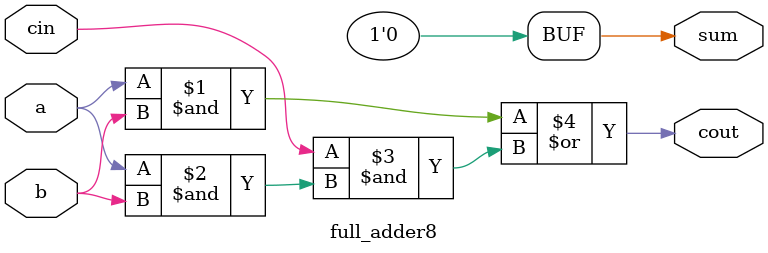
<source format=v>
module full_adder8(a,b,cin,sum,cout);
input a,b,cin;
output sum,cout;
assign sum = 1'b0;
assign cout = a&b|cin&(a&b); 
// initial begin
//     $display("The incorrect adder with xor1 having out/0");
// end   
endmodule
</source>
